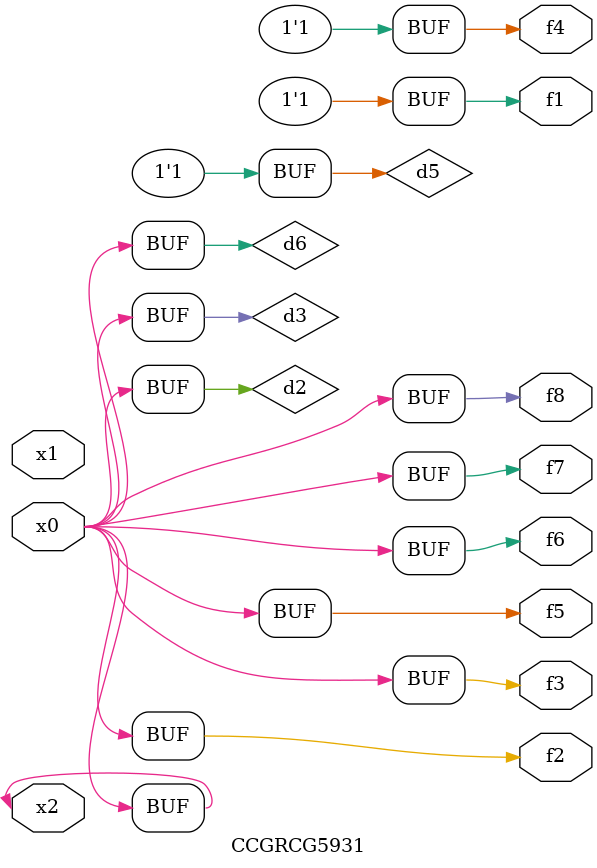
<source format=v>
module CCGRCG5931(
	input x0, x1, x2,
	output f1, f2, f3, f4, f5, f6, f7, f8
);

	wire d1, d2, d3, d4, d5, d6;

	xnor (d1, x2);
	buf (d2, x0, x2);
	and (d3, x0);
	xnor (d4, x1, x2);
	nand (d5, d1, d3);
	buf (d6, d2, d3);
	assign f1 = d5;
	assign f2 = d6;
	assign f3 = d6;
	assign f4 = d5;
	assign f5 = d6;
	assign f6 = d6;
	assign f7 = d6;
	assign f8 = d6;
endmodule

</source>
